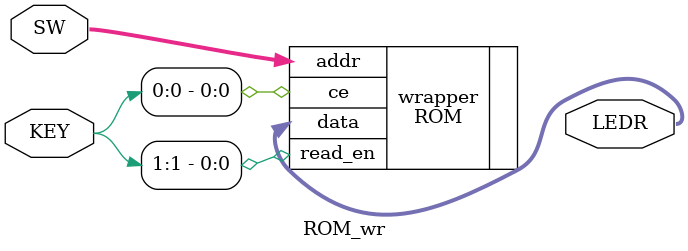
<source format=v>
module ROM_wr (
    input [1:0] KEY,
    input [9:0] SW,
    output [10:0] LEDR
);

    ROM wrapper(
        .ce(KEY[0]),
        .read_en(KEY[1]),
        .addr(SW[9:0]),
        .data(LEDR),
    );
    
endmodule
</source>
